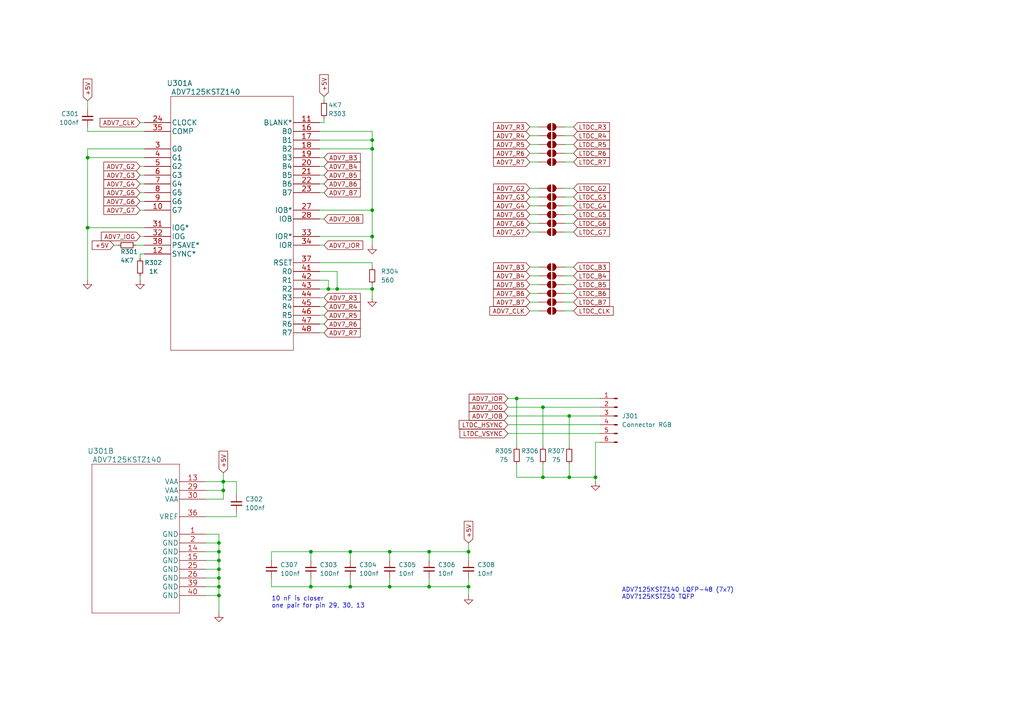
<source format=kicad_sch>
(kicad_sch (version 20230121) (generator eeschema)
  (paper "A4")
  (lib_symbols
    (symbol "ADV7125KSTZ140:ADV7125KSTZ140" (pin_names (offset 0.254))
      (property "Reference" "U" (at 25.4 12.7 0))
      (property "Value" "ADV7125KSTZ140" (at 25.4 10.16 0))
      (symbol "ADV7125KSTZ140_1_1"
        (polyline (pts (xy 7.62 -66.04) (xy 43.18 -66.04)) (stroke (width 0.127)))
        (polyline (pts (xy 7.62 7.62) (xy 7.62 -66.04)) (stroke (width 0.127)))
        (polyline (pts (xy 43.18 -66.04) (xy 43.18 7.62)) (stroke (width 0.127)))
        (polyline (pts (xy 43.18 7.62) (xy 7.62 7.62)) (stroke (width 0.127)))
        (pin input line (at 0 -25.4 0) (length 7.62) (name "G7") (number "10"))
        (pin passive line (at 50.8 0 180) (length 7.62) (name "BLANK*") (number "11"))
        (pin passive line (at 0 -38.1 0) (length 7.62) (name "SYNC*") (number "12"))
        (pin input line (at 50.8 -2.54 180) (length 7.62) (name "B0") (number "16"))
        (pin input line (at 50.8 -5.08 180) (length 7.62) (name "B1") (number "17"))
        (pin input line (at 50.8 -7.62 180) (length 7.62) (name "B2") (number "18"))
        (pin input line (at 50.8 -10.16 180) (length 7.62) (name "B3") (number "19"))
        (pin input line (at 50.8 -12.7 180) (length 7.62) (name "B4") (number "20"))
        (pin input line (at 50.8 -15.24 180) (length 7.62) (name "B5") (number "21"))
        (pin input line (at 50.8 -17.78 180) (length 7.62) (name "B6") (number "22"))
        (pin input line (at 50.8 -20.32 180) (length 7.62) (name "B7") (number "23"))
        (pin input line (at 0 0 0) (length 7.62) (name "CLOCK") (number "24"))
        (pin passive line (at 50.8 -25.4 180) (length 7.62) (name "IOB*") (number "27"))
        (pin output line (at 50.8 -27.94 180) (length 7.62) (name "IOB") (number "28"))
        (pin input line (at 0 -7.62 0) (length 7.62) (name "G0") (number "3"))
        (pin passive line (at 0 -30.48 0) (length 7.62) (name "IOG*") (number "31"))
        (pin output line (at 0 -33.02 0) (length 7.62) (name "IOG") (number "32"))
        (pin passive line (at 50.8 -33.02 180) (length 7.62) (name "IOR*") (number "33"))
        (pin output line (at 50.8 -35.56 180) (length 7.62) (name "IOR") (number "34"))
        (pin passive line (at 0 -2.54 0) (length 7.62) (name "COMP") (number "35"))
        (pin input line (at 50.8 -40.64 180) (length 7.62) (name "RSET") (number "37"))
        (pin passive line (at 0 -35.56 0) (length 7.62) (name "PSAVE*") (number "38"))
        (pin input line (at 0 -10.16 0) (length 7.62) (name "G1") (number "4"))
        (pin input line (at 50.8 -43.18 180) (length 7.62) (name "R0") (number "41"))
        (pin input line (at 50.8 -45.72 180) (length 7.62) (name "R1") (number "42"))
        (pin input line (at 50.8 -48.26 180) (length 7.62) (name "R2") (number "43"))
        (pin input line (at 50.8 -50.8 180) (length 7.62) (name "R3") (number "44"))
        (pin input line (at 50.8 -53.34 180) (length 7.62) (name "R4") (number "45"))
        (pin input line (at 50.8 -55.88 180) (length 7.62) (name "R5") (number "46"))
        (pin input line (at 50.8 -58.42 180) (length 7.62) (name "R6") (number "47"))
        (pin input line (at 50.8 -60.96 180) (length 7.62) (name "R7") (number "48"))
        (pin input line (at 0 -12.7 0) (length 7.62) (name "G2") (number "5"))
        (pin input line (at 0 -15.24 0) (length 7.62) (name "G3") (number "6"))
        (pin input line (at 0 -17.78 0) (length 7.62) (name "G4") (number "7"))
        (pin input line (at 0 -20.32 0) (length 7.62) (name "G5") (number "8"))
        (pin input line (at 0 -22.86 0) (length 7.62) (name "G6") (number "9"))
      )
      (symbol "ADV7125KSTZ140_2_1"
        (polyline (pts (xy 7.62 -38.1) (xy 33.02 -38.1)) (stroke (width 0.127)))
        (polyline (pts (xy 7.62 5.08) (xy 7.62 -38.1)) (stroke (width 0.127)))
        (polyline (pts (xy 33.02 -38.1) (xy 33.02 5.08)) (stroke (width 0.127)))
        (polyline (pts (xy 33.02 5.08) (xy 7.62 5.08)) (stroke (width 0.127)))
        (pin passive line (at 0 -15.24 0) (length 7.62) (name "GND") (number "1"))
        (pin power_in line (at 0 0 0) (length 7.62) (name "VAA") (number "13"))
        (pin passive line (at 0 -20.32 0) (length 7.62) (name "GND") (number "14"))
        (pin passive line (at 0 -22.86 0) (length 7.62) (name "GND") (number "15"))
        (pin passive line (at 0 -17.78 0) (length 7.62) (name "GND") (number "2"))
        (pin passive line (at 0 -25.4 0) (length 7.62) (name "GND") (number "25"))
        (pin passive line (at 0 -27.94 0) (length 7.62) (name "GND") (number "26"))
        (pin power_in line (at 0 -2.54 0) (length 7.62) (name "VAA") (number "29"))
        (pin power_in line (at 0 -5.08 0) (length 7.62) (name "VAA") (number "30"))
        (pin input line (at 0 -10.16 0) (length 7.62) (name "VREF") (number "36"))
        (pin passive line (at 0 -30.48 0) (length 7.62) (name "GND") (number "39"))
        (pin passive line (at 0 -33.02 0) (length 7.62) (name "GND") (number "40"))
      )
    )
    (symbol "Connector:Conn_01x06_Pin" (pin_names (offset 1.016) hide)
      (property "Reference" "J" (at 0 7.62 0))
      (property "Value" "Conn_01x06_Pin" (at 0 -10.16 0))
      (symbol "Conn_01x06_Pin_1_1"
        (polyline (pts (xy 1.27 -7.62) (xy 0.8636 -7.62)) (stroke (width 0.1524)))
        (polyline (pts (xy 1.27 -5.08) (xy 0.8636 -5.08)) (stroke (width 0.1524)))
        (polyline (pts (xy 1.27 -2.54) (xy 0.8636 -2.54)) (stroke (width 0.1524)))
        (polyline (pts (xy 1.27 0) (xy 0.8636 0)) (stroke (width 0.1524)))
        (polyline (pts (xy 1.27 2.54) (xy 0.8636 2.54)) (stroke (width 0.1524)))
        (polyline (pts (xy 1.27 5.08) (xy 0.8636 5.08)) (stroke (width 0.1524)))
        (rectangle (start 0.8636 -7.493) (end 0 -7.747) (stroke (width 0.1524)) (fill (type outline)))
        (rectangle (start 0.8636 -4.953) (end 0 -5.207) (stroke (width 0.1524)) (fill (type outline)))
        (rectangle (start 0.8636 -2.413) (end 0 -2.667) (stroke (width 0.1524)) (fill (type outline)))
        (rectangle (start 0.8636 0.127) (end 0 -0.127) (stroke (width 0.1524)) (fill (type outline)))
        (rectangle (start 0.8636 2.667) (end 0 2.413) (stroke (width 0.1524)) (fill (type outline)))
        (rectangle (start 0.8636 5.207) (end 0 4.953) (stroke (width 0.1524)) (fill (type outline)))
        (pin passive line (at 5.08 5.08 180) (length 3.81) (name "Pin_1") (number "1"))
        (pin passive line (at 5.08 2.54 180) (length 3.81) (name "Pin_2") (number "2"))
        (pin passive line (at 5.08 0 180) (length 3.81) (name "Pin_3") (number "3"))
        (pin passive line (at 5.08 -2.54 180) (length 3.81) (name "Pin_4") (number "4"))
        (pin passive line (at 5.08 -5.08 180) (length 3.81) (name "Pin_5") (number "5"))
        (pin passive line (at 5.08 -7.62 180) (length 3.81) (name "Pin_6") (number "6"))
      )
    )
    (symbol "Device:C_Small" (pin_numbers hide) (pin_names (offset 0.254) hide)
      (property "Reference" "C" (at 0.254 1.778 0))
      (property "Value" "C_Small" (at 0.254 -2.032 0))
      (symbol "C_Small_0_1"
        (polyline (pts (xy -1.524 -0.508) (xy 1.524 -0.508)) (stroke (width 0.3302)))
        (polyline (pts (xy -1.524 0.508) (xy 1.524 0.508)) (stroke (width 0.3048)))
      )
      (symbol "C_Small_1_1"
        (pin passive line (at 0 2.54 270) (length 2.032) (name "~") (number "1"))
        (pin passive line (at 0 -2.54 90) (length 2.032) (name "~") (number "2"))
      )
    )
    (symbol "Device:R_Small" (pin_numbers hide) (pin_names (offset 0.254) hide)
      (property "Reference" "R" (at 0.762 0.508 0))
      (property "Value" "R_Small" (at 0.762 -1.016 0))
      (symbol "R_Small_0_1"
        (rectangle (start -0.762 1.778) (end 0.762 -1.778) (stroke (width 0.2032)))
      )
      (symbol "R_Small_1_1"
        (pin passive line (at 0 2.54 270) (length 0.762) (name "~") (number "1"))
        (pin passive line (at 0 -2.54 90) (length 0.762) (name "~") (number "2"))
      )
    )
    (symbol "GND_11" (power) (pin_names (offset 0))
      (property "Value" "GND_11" (at 0 -3.81 0))
      (symbol "GND_11_0_1"
        (polyline (pts (xy 0 0) (xy 0 -1.27) (xy 1.27 -1.27) (xy 0 -2.54) (xy -1.27 -1.27) (xy 0 -1.27)))
      )
      (symbol "GND_11_1_1"
        (pin power_in line (at 0 0 270) (length 0) hide (name "GND") (number "1"))
      )
    )
    (symbol "Jumper:SolderJumper_2_Open" (pin_numbers hide) (pin_names (offset 0) hide)
      (property "Reference" "JP" (at 0 2.032 0))
      (property "Value" "SolderJumper_2_Open" (at 0 -2.54 0))
      (symbol "SolderJumper_2_Open_0_1"
        (arc (start -0.254 1.016) (mid -1.2656 0) (end -0.254 -1.016))
        (arc (start -0.254 1.016) (mid -1.2656 0) (end -0.254 -1.016) (fill (type outline)))
        (polyline (pts (xy -0.254 1.016) (xy -0.254 -1.016)))
        (polyline (pts (xy 0.254 1.016) (xy 0.254 -1.016)))
        (arc (start 0.254 -1.016) (mid 1.2656 0) (end 0.254 1.016))
        (arc (start 0.254 -1.016) (mid 1.2656 0) (end 0.254 1.016) (fill (type outline)))
      )
      (symbol "SolderJumper_2_Open_1_1"
        (pin passive line (at -3.81 0 0) (length 2.54) (name "A") (number "1"))
        (pin passive line (at 3.81 0 180) (length 2.54) (name "B") (number "2"))
      )
    )
    (symbol "power:GND" (power) (pin_names (offset 0))
      (property "Value" "GND" (at 0 -3.81 0))
      (symbol "GND_0_1"
        (polyline (pts (xy 0 0) (xy 0 -1.27) (xy 1.27 -1.27) (xy 0 -2.54) (xy -1.27 -1.27) (xy 0 -1.27)))
      )
      (symbol "GND_1_1"
        (pin power_in line (at 0 0 270) (length 0) hide (name "GND") (number "1"))
      )
    )
  )
  (junction (at 157.48 118.11))
  (junction (at 101.6 170.18))
  (junction (at 25.4 66.04))
  (junction (at 165.1 138.43))
  (junction (at 157.48 138.43))
  (junction (at 107.95 83.82))
  (junction (at 113.03 160.02))
  (junction (at 101.6 160.02))
  (junction (at 113.03 170.18))
  (junction (at 95.25 83.82))
  (junction (at 63.5 170.18))
  (junction (at 63.5 165.1))
  (junction (at 107.95 43.18))
  (junction (at 107.95 40.64))
  (junction (at 172.72 138.43))
  (junction (at 165.1 120.65))
  (junction (at 107.95 68.58))
  (junction (at 63.5 160.02))
  (junction (at 63.5 157.48))
  (junction (at 135.89 160.02))
  (junction (at 63.5 172.72))
  (junction (at 63.5 167.64))
  (junction (at 149.86 115.57))
  (junction (at 90.17 160.02))
  (junction (at 135.89 170.18))
  (junction (at 124.46 160.02))
  (junction (at 124.46 170.18))
  (junction (at 25.4 45.72))
  (junction (at 107.95 60.96))
  (junction (at 64.77 139.7))
  (junction (at 64.77 142.24))
  (junction (at 97.79 83.82))
  (junction (at 90.17 170.18))
  (junction (at 63.5 162.56))
  (wire (pts (xy 163.83 90.17) (xy 166.37 90.17)))
  (wire (pts (xy 153.67 57.15) (xy 156.21 57.15)))
  (wire (pts (xy 64.77 139.7) (xy 59.69 139.7)))
  (wire (pts (xy 59.69 157.48) (xy 63.5 157.48)))
  (wire (pts (xy 93.98 35.56) (xy 92.71 35.56)))
  (wire (pts (xy 41.91 66.04) (xy 25.4 66.04)))
  (wire (pts (xy 78.74 170.18) (xy 90.17 170.18)))
  (wire (pts (xy 25.4 45.72) (xy 41.91 45.72)))
  (wire (pts (xy 135.89 170.18) (xy 124.46 170.18)))
  (wire (pts (xy 90.17 160.02) (xy 90.17 162.56)))
  (wire (pts (xy 93.98 45.72) (xy 92.71 45.72)))
  (wire (pts (xy 153.67 59.69) (xy 156.21 59.69)))
  (wire (pts (xy 165.1 138.43) (xy 172.72 138.43)))
  (wire (pts (xy 92.71 60.96) (xy 107.95 60.96)))
  (wire (pts (xy 163.83 85.09) (xy 166.37 85.09)))
  (wire (pts (xy 40.64 35.56) (xy 41.91 35.56)))
  (wire (pts (xy 59.69 162.56) (xy 63.5 162.56)))
  (wire (pts (xy 101.6 167.64) (xy 101.6 170.18)))
  (wire (pts (xy 135.89 160.02) (xy 124.46 160.02)))
  (wire (pts (xy 163.83 77.47) (xy 166.37 77.47)))
  (wire (pts (xy 147.32 118.11) (xy 157.48 118.11)))
  (wire (pts (xy 25.4 36.83) (xy 25.4 38.1)))
  (wire (pts (xy 63.5 154.94) (xy 63.5 157.48)))
  (wire (pts (xy 107.95 68.58) (xy 107.95 71.12)))
  (wire (pts (xy 63.5 165.1) (xy 63.5 167.64)))
  (wire (pts (xy 153.67 67.31) (xy 156.21 67.31)))
  (wire (pts (xy 163.83 62.23) (xy 166.37 62.23)))
  (wire (pts (xy 68.58 139.7) (xy 64.77 139.7)))
  (wire (pts (xy 107.95 43.18) (xy 107.95 60.96)))
  (wire (pts (xy 59.69 160.02) (xy 63.5 160.02)))
  (wire (pts (xy 78.74 167.64) (xy 78.74 170.18)))
  (wire (pts (xy 163.83 57.15) (xy 166.37 57.15)))
  (wire (pts (xy 165.1 134.62) (xy 165.1 138.43)))
  (wire (pts (xy 153.67 39.37) (xy 156.21 39.37)))
  (wire (pts (xy 93.98 88.9) (xy 92.71 88.9)))
  (wire (pts (xy 163.83 59.69) (xy 166.37 59.69)))
  (wire (pts (xy 149.86 115.57) (xy 149.86 129.54)))
  (wire (pts (xy 172.72 138.43) (xy 172.72 139.7)))
  (wire (pts (xy 165.1 120.65) (xy 173.99 120.65)))
  (wire (pts (xy 157.48 134.62) (xy 157.48 138.43)))
  (wire (pts (xy 157.48 118.11) (xy 157.48 129.54)))
  (wire (pts (xy 107.95 86.36) (xy 107.95 83.82)))
  (wire (pts (xy 40.64 74.93) (xy 40.64 73.66)))
  (wire (pts (xy 63.5 170.18) (xy 63.5 172.72)))
  (wire (pts (xy 165.1 120.65) (xy 165.1 129.54)))
  (wire (pts (xy 90.17 167.64) (xy 90.17 170.18)))
  (wire (pts (xy 63.5 162.56) (xy 63.5 165.1)))
  (wire (pts (xy 59.69 172.72) (xy 63.5 172.72)))
  (wire (pts (xy 39.37 71.12) (xy 41.91 71.12)))
  (wire (pts (xy 135.89 162.56) (xy 135.89 160.02)))
  (wire (pts (xy 33.02 71.12) (xy 34.29 71.12)))
  (wire (pts (xy 172.72 128.27) (xy 172.72 138.43)))
  (wire (pts (xy 113.03 160.02) (xy 113.03 162.56)))
  (wire (pts (xy 173.99 128.27) (xy 172.72 128.27)))
  (wire (pts (xy 153.67 82.55) (xy 156.21 82.55)))
  (wire (pts (xy 149.86 115.57) (xy 173.99 115.57)))
  (wire (pts (xy 149.86 134.62) (xy 149.86 138.43)))
  (wire (pts (xy 92.71 68.58) (xy 107.95 68.58)))
  (wire (pts (xy 93.98 34.29) (xy 93.98 35.56)))
  (wire (pts (xy 153.67 46.99) (xy 156.21 46.99)))
  (wire (pts (xy 163.83 82.55) (xy 166.37 82.55)))
  (wire (pts (xy 93.98 93.98) (xy 92.71 93.98)))
  (wire (pts (xy 93.98 63.5) (xy 92.71 63.5)))
  (wire (pts (xy 113.03 170.18) (xy 124.46 170.18)))
  (wire (pts (xy 107.95 76.2) (xy 107.95 77.47)))
  (wire (pts (xy 97.79 83.82) (xy 107.95 83.82)))
  (wire (pts (xy 93.98 55.88) (xy 92.71 55.88)))
  (wire (pts (xy 63.5 167.64) (xy 63.5 170.18)))
  (wire (pts (xy 93.98 86.36) (xy 92.71 86.36)))
  (wire (pts (xy 40.64 53.34) (xy 41.91 53.34)))
  (wire (pts (xy 107.95 60.96) (xy 107.95 68.58)))
  (wire (pts (xy 90.17 170.18) (xy 101.6 170.18)))
  (wire (pts (xy 64.77 142.24) (xy 59.69 142.24)))
  (wire (pts (xy 63.5 160.02) (xy 63.5 162.56)))
  (wire (pts (xy 40.64 50.8) (xy 41.91 50.8)))
  (wire (pts (xy 40.64 73.66) (xy 41.91 73.66)))
  (wire (pts (xy 59.69 167.64) (xy 63.5 167.64)))
  (wire (pts (xy 113.03 167.64) (xy 113.03 170.18)))
  (wire (pts (xy 25.4 43.18) (xy 25.4 45.72)))
  (wire (pts (xy 93.98 50.8) (xy 92.71 50.8)))
  (wire (pts (xy 95.25 81.28) (xy 95.25 83.82)))
  (wire (pts (xy 25.4 43.18) (xy 41.91 43.18)))
  (wire (pts (xy 78.74 162.56) (xy 78.74 160.02)))
  (wire (pts (xy 40.64 80.01) (xy 40.64 81.28)))
  (wire (pts (xy 153.67 54.61) (xy 156.21 54.61)))
  (wire (pts (xy 92.71 43.18) (xy 107.95 43.18)))
  (wire (pts (xy 92.71 83.82) (xy 95.25 83.82)))
  (wire (pts (xy 135.89 157.48) (xy 135.89 160.02)))
  (wire (pts (xy 93.98 48.26) (xy 92.71 48.26)))
  (wire (pts (xy 93.98 91.44) (xy 92.71 91.44)))
  (wire (pts (xy 163.83 41.91) (xy 166.37 41.91)))
  (wire (pts (xy 92.71 38.1) (xy 107.95 38.1)))
  (wire (pts (xy 63.5 157.48) (xy 63.5 160.02)))
  (wire (pts (xy 59.69 154.94) (xy 63.5 154.94)))
  (wire (pts (xy 40.64 48.26) (xy 41.91 48.26)))
  (wire (pts (xy 93.98 96.52) (xy 92.71 96.52)))
  (wire (pts (xy 153.67 87.63) (xy 156.21 87.63)))
  (wire (pts (xy 59.69 170.18) (xy 63.5 170.18)))
  (wire (pts (xy 107.95 83.82) (xy 107.95 82.55)))
  (wire (pts (xy 163.83 44.45) (xy 166.37 44.45)))
  (wire (pts (xy 40.64 60.96) (xy 41.91 60.96)))
  (wire (pts (xy 78.74 160.02) (xy 90.17 160.02)))
  (wire (pts (xy 163.83 87.63) (xy 166.37 87.63)))
  (wire (pts (xy 153.67 36.83) (xy 156.21 36.83)))
  (wire (pts (xy 135.89 167.64) (xy 135.89 170.18)))
  (wire (pts (xy 40.64 58.42) (xy 41.91 58.42)))
  (wire (pts (xy 147.32 125.73) (xy 173.99 125.73)))
  (wire (pts (xy 153.67 62.23) (xy 156.21 62.23)))
  (wire (pts (xy 153.67 41.91) (xy 156.21 41.91)))
  (wire (pts (xy 101.6 160.02) (xy 101.6 162.56)))
  (wire (pts (xy 149.86 138.43) (xy 157.48 138.43)))
  (wire (pts (xy 64.77 142.24) (xy 64.77 139.7)))
  (wire (pts (xy 163.83 67.31) (xy 166.37 67.31)))
  (wire (pts (xy 25.4 66.04) (xy 25.4 81.28)))
  (wire (pts (xy 163.83 64.77) (xy 166.37 64.77)))
  (wire (pts (xy 92.71 76.2) (xy 107.95 76.2)))
  (wire (pts (xy 92.71 81.28) (xy 95.25 81.28)))
  (wire (pts (xy 163.83 39.37) (xy 166.37 39.37)))
  (wire (pts (xy 147.32 120.65) (xy 165.1 120.65)))
  (wire (pts (xy 107.95 38.1) (xy 107.95 40.64)))
  (wire (pts (xy 59.69 149.86) (xy 68.58 149.86)))
  (wire (pts (xy 93.98 27.94) (xy 93.98 29.21)))
  (wire (pts (xy 59.69 165.1) (xy 63.5 165.1)))
  (wire (pts (xy 101.6 170.18) (xy 113.03 170.18)))
  (wire (pts (xy 153.67 80.01) (xy 156.21 80.01)))
  (wire (pts (xy 59.69 144.78) (xy 64.77 144.78)))
  (wire (pts (xy 25.4 38.1) (xy 41.91 38.1)))
  (wire (pts (xy 68.58 143.51) (xy 68.58 139.7)))
  (wire (pts (xy 90.17 160.02) (xy 101.6 160.02)))
  (wire (pts (xy 93.98 53.34) (xy 92.71 53.34)))
  (wire (pts (xy 124.46 167.64) (xy 124.46 170.18)))
  (wire (pts (xy 97.79 78.74) (xy 97.79 83.82)))
  (wire (pts (xy 63.5 172.72) (xy 63.5 177.8)))
  (wire (pts (xy 64.77 137.16) (xy 64.77 139.7)))
  (wire (pts (xy 157.48 118.11) (xy 173.99 118.11)))
  (wire (pts (xy 40.64 68.58) (xy 41.91 68.58)))
  (wire (pts (xy 163.83 80.01) (xy 166.37 80.01)))
  (wire (pts (xy 153.67 77.47) (xy 156.21 77.47)))
  (wire (pts (xy 147.32 123.19) (xy 173.99 123.19)))
  (wire (pts (xy 95.25 83.82) (xy 97.79 83.82)))
  (wire (pts (xy 113.03 160.02) (xy 124.46 160.02)))
  (wire (pts (xy 124.46 160.02) (xy 124.46 162.56)))
  (wire (pts (xy 163.83 54.61) (xy 166.37 54.61)))
  (wire (pts (xy 93.98 71.12) (xy 92.71 71.12)))
  (wire (pts (xy 92.71 78.74) (xy 97.79 78.74)))
  (wire (pts (xy 153.67 44.45) (xy 156.21 44.45)))
  (wire (pts (xy 147.32 115.57) (xy 149.86 115.57)))
  (wire (pts (xy 153.67 64.77) (xy 156.21 64.77)))
  (wire (pts (xy 92.71 40.64) (xy 107.95 40.64)))
  (wire (pts (xy 25.4 45.72) (xy 25.4 66.04)))
  (wire (pts (xy 157.48 138.43) (xy 165.1 138.43)))
  (wire (pts (xy 107.95 40.64) (xy 107.95 43.18)))
  (wire (pts (xy 101.6 160.02) (xy 113.03 160.02)))
  (wire (pts (xy 153.67 90.17) (xy 156.21 90.17)))
  (wire (pts (xy 68.58 149.86) (xy 68.58 148.59)))
  (wire (pts (xy 25.4 29.21) (xy 25.4 31.75)))
  (wire (pts (xy 153.67 85.09) (xy 156.21 85.09)))
  (wire (pts (xy 163.83 46.99) (xy 166.37 46.99)))
  (wire (pts (xy 135.89 170.18) (xy 135.89 172.72)))
  (wire (pts (xy 40.64 55.88) (xy 41.91 55.88)))
  (wire (pts (xy 163.83 36.83) (xy 166.37 36.83)))
  (wire (pts (xy 64.77 144.78) (xy 64.77 142.24)))
  (text "ADV7125KSTZ140 LQFP-48 (7x7)\nADV7125KSTZ50 TQFP" (at 180.34 173.99 0) (effects (font (size 1.27 1.27)) (justify left bottom)))
  (text "10 nF is closer\none pair for pin 29, 30, 13" (at 78.74 176.53 0) (effects (font (size 1.27 1.27)) (justify left bottom)))
  (global_label "ADV7_G5" (shape input) (at 153.67 62.23 180) (property "Intersheetrefs" "${INTERSHEET_REFS}" (effects hide)))
  (global_label "ADV7_R3" (shape input) (at 93.98 86.36 0) (property "Intersheetrefs" "${INTERSHEET_REFS}" (effects hide)))
  (global_label "LTDC_R5" (shape input) (at 166.37 41.91 0) (property "Intersheetrefs" "${INTERSHEET_REFS}" (effects hide)))
  (global_label "+5V" (shape input) (at 25.4 29.21 90) (property "Intersheetrefs" "${INTERSHEET_REFS}" (effects hide)))
  (global_label "ADV7_G3" (shape input) (at 40.64 50.8 180) (property "Intersheetrefs" "${INTERSHEET_REFS}" (effects hide)))
  (global_label "LTDC_B7" (shape input) (at 166.37 87.63 0) (property "Intersheetrefs" "${INTERSHEET_REFS}" (effects hide)))
  (global_label "ADV7_IOR" (shape input) (at 93.98 71.12 0) (property "Intersheetrefs" "${INTERSHEET_REFS}" (effects hide)))
  (global_label "ADV7_R5" (shape input) (at 153.67 41.91 180) (property "Intersheetrefs" "${INTERSHEET_REFS}" (effects hide)))
  (global_label "ADV7_B4" (shape input) (at 93.98 48.26 0) (property "Intersheetrefs" "${INTERSHEET_REFS}" (effects hide)))
  (global_label "ADV7_R7" (shape input) (at 153.67 46.99 180) (property "Intersheetrefs" "${INTERSHEET_REFS}" (effects hide)))
  (global_label "ADV7_R5" (shape input) (at 93.98 91.44 0) (property "Intersheetrefs" "${INTERSHEET_REFS}" (effects hide)))
  (global_label "+5V" (shape input) (at 135.89 157.48 90) (property "Intersheetrefs" "${INTERSHEET_REFS}" (effects hide)))
  (global_label "ADV7_G3" (shape input) (at 153.67 57.15 180) (property "Intersheetrefs" "${INTERSHEET_REFS}" (effects hide)))
  (global_label "ADV7_G7" (shape input) (at 40.64 60.96 180) (property "Intersheetrefs" "${INTERSHEET_REFS}" (effects hide)))
  (global_label "LTDC_HSYNC" (shape input) (at 147.32 123.19 180) (property "Intersheetrefs" "${INTERSHEET_REFS}" (effects hide)))
  (global_label "ADV7_IOG" (shape input) (at 147.32 118.11 180) (property "Intersheetrefs" "${INTERSHEET_REFS}" (effects hide)))
  (global_label "LTDC_R4" (shape input) (at 166.37 39.37 0) (property "Intersheetrefs" "${INTERSHEET_REFS}" (effects hide)))
  (global_label "LTDC_G6" (shape input) (at 166.37 64.77 0) (property "Intersheetrefs" "${INTERSHEET_REFS}" (effects hide)))
  (global_label "+5V" (shape input) (at 33.02 71.12 180) (property "Intersheetrefs" "${INTERSHEET_REFS}" (effects hide)))
  (global_label "ADV7_R4" (shape input) (at 93.98 88.9 0) (property "Intersheetrefs" "${INTERSHEET_REFS}" (effects hide)))
  (global_label "ADV7_B3" (shape input) (at 153.67 77.47 180) (property "Intersheetrefs" "${INTERSHEET_REFS}" (effects hide)))
  (global_label "LTDC_CLK" (shape input) (at 166.37 90.17 0) (property "Intersheetrefs" "${INTERSHEET_REFS}" (effects hide)))
  (global_label "ADV7_B7" (shape input) (at 93.98 55.88 0) (property "Intersheetrefs" "${INTERSHEET_REFS}" (effects hide)))
  (global_label "ADV7_B6" (shape input) (at 153.67 85.09 180) (property "Intersheetrefs" "${INTERSHEET_REFS}" (effects hide)))
  (global_label "ADV7_G2" (shape input) (at 40.64 48.26 180) (property "Intersheetrefs" "${INTERSHEET_REFS}" (effects hide)))
  (global_label "ADV7_CLK" (shape input) (at 40.64 35.56 180) (property "Intersheetrefs" "${INTERSHEET_REFS}" (effects hide)))
  (global_label "ADV7_B6" (shape input) (at 93.98 53.34 0) (property "Intersheetrefs" "${INTERSHEET_REFS}" (effects hide)))
  (global_label "ADV7_G4" (shape input) (at 40.64 53.34 180) (property "Intersheetrefs" "${INTERSHEET_REFS}" (effects hide)))
  (global_label "ADV7_B4" (shape input) (at 153.67 80.01 180) (property "Intersheetrefs" "${INTERSHEET_REFS}" (effects hide)))
  (global_label "ADV7_R3" (shape input) (at 153.67 36.83 180) (property "Intersheetrefs" "${INTERSHEET_REFS}" (effects hide)))
  (global_label "ADV7_IOB" (shape input) (at 93.98 63.5 0) (property "Intersheetrefs" "${INTERSHEET_REFS}" (effects hide)))
  (global_label "LTDC_VSYNC" (shape input) (at 147.32 125.73 180) (property "Intersheetrefs" "${INTERSHEET_REFS}" (effects hide)))
  (global_label "ADV7_G5" (shape input) (at 40.64 55.88 180) (property "Intersheetrefs" "${INTERSHEET_REFS}" (effects hide)))
  (global_label "LTDC_G2" (shape input) (at 166.37 54.61 0) (property "Intersheetrefs" "${INTERSHEET_REFS}" (effects hide)))
  (global_label "ADV7_R7" (shape input) (at 93.98 96.52 0) (property "Intersheetrefs" "${INTERSHEET_REFS}" (effects hide)))
  (global_label "LTDC_G7" (shape input) (at 166.37 67.31 0) (property "Intersheetrefs" "${INTERSHEET_REFS}" (effects hide)))
  (global_label "ADV7_G2" (shape input) (at 153.67 54.61 180) (property "Intersheetrefs" "${INTERSHEET_REFS}" (effects hide)))
  (global_label "ADV7_R6" (shape input) (at 153.67 44.45 180) (property "Intersheetrefs" "${INTERSHEET_REFS}" (effects hide)))
  (global_label "+5V" (shape input) (at 64.77 137.16 90) (property "Intersheetrefs" "${INTERSHEET_REFS}" (effects hide)))
  (global_label "ADV7_IOB" (shape input) (at 147.32 120.65 180) (property "Intersheetrefs" "${INTERSHEET_REFS}" (effects hide)))
  (global_label "ADV7_G4" (shape input) (at 153.67 59.69 180) (property "Intersheetrefs" "${INTERSHEET_REFS}" (effects hide)))
  (global_label "LTDC_B5" (shape input) (at 166.37 82.55 0) (property "Intersheetrefs" "${INTERSHEET_REFS}" (effects hide)))
  (global_label "ADV7_B7" (shape input) (at 153.67 87.63 180) (property "Intersheetrefs" "${INTERSHEET_REFS}" (effects hide)))
  (global_label "ADV7_B3" (shape input) (at 93.98 45.72 0) (property "Intersheetrefs" "${INTERSHEET_REFS}" (effects hide)))
  (global_label "LTDC_B6" (shape input) (at 166.37 85.09 0) (property "Intersheetrefs" "${INTERSHEET_REFS}" (effects hide)))
  (global_label "LTDC_G4" (shape input) (at 166.37 59.69 0) (property "Intersheetrefs" "${INTERSHEET_REFS}" (effects hide)))
  (global_label "ADV7_CLK" (shape input) (at 153.67 90.17 180) (property "Intersheetrefs" "${INTERSHEET_REFS}" (effects hide)))
  (global_label "ADV7_G6" (shape input) (at 153.67 64.77 180) (property "Intersheetrefs" "${INTERSHEET_REFS}" (effects hide)))
  (global_label "+5V" (shape input) (at 93.98 27.94 90) (property "Intersheetrefs" "${INTERSHEET_REFS}" (effects hide)))
  (global_label "ADV7_IOG" (shape input) (at 40.64 68.58 180) (property "Intersheetrefs" "${INTERSHEET_REFS}" (effects hide)))
  (global_label "LTDC_R3" (shape input) (at 166.37 36.83 0) (property "Intersheetrefs" "${INTERSHEET_REFS}" (effects hide)))
  (global_label "ADV7_G7" (shape input) (at 153.67 67.31 180) (property "Intersheetrefs" "${INTERSHEET_REFS}" (effects hide)))
  (global_label "ADV7_G6" (shape input) (at 40.64 58.42 180) (property "Intersheetrefs" "${INTERSHEET_REFS}" (effects hide)))
  (global_label "ADV7_R4" (shape input) (at 153.67 39.37 180) (property "Intersheetrefs" "${INTERSHEET_REFS}" (effects hide)))
  (global_label "ADV7_IOR" (shape input) (at 147.32 115.57 180) (property "Intersheetrefs" "${INTERSHEET_REFS}" (effects hide)))
  (global_label "LTDC_R6" (shape input) (at 166.37 44.45 0) (property "Intersheetrefs" "${INTERSHEET_REFS}" (effects hide)))
  (global_label "LTDC_R7" (shape input) (at 166.37 46.99 0) (property "Intersheetrefs" "${INTERSHEET_REFS}" (effects hide)))
  (global_label "ADV7_B5" (shape input) (at 93.98 50.8 0) (property "Intersheetrefs" "${INTERSHEET_REFS}" (effects hide)))
  (global_label "LTDC_G5" (shape input) (at 166.37 62.23 0) (property "Intersheetrefs" "${INTERSHEET_REFS}" (effects hide)))
  (global_label "ADV7_B5" (shape input) (at 153.67 82.55 180) (property "Intersheetrefs" "${INTERSHEET_REFS}" (effects hide)))
  (global_label "LTDC_B4" (shape input) (at 166.37 80.01 0) (property "Intersheetrefs" "${INTERSHEET_REFS}" (effects hide)))
  (global_label "ADV7_R6" (shape input) (at 93.98 93.98 0) (property "Intersheetrefs" "${INTERSHEET_REFS}" (effects hide)))
  (global_label "LTDC_G3" (shape input) (at 166.37 57.15 0) (property "Intersheetrefs" "${INTERSHEET_REFS}" (effects hide)))
  (global_label "LTDC_B3" (shape input) (at 166.37 77.47 0) (property "Intersheetrefs" "${INTERSHEET_REFS}" (effects hide)))
  (symbol (lib_id "power:GND") (at 25.4 81.28 0) (mirror y) (unit 1)
    (property "Reference" "#PWR0301" (effects hide))
    (property "Value" "GND" (effects hide))
    (instances (project "dev-board" (path "" (reference "#PWR0301") (unit 1))) (project "rgb-composite" (path "" (reference "#PWR01") (unit 1))))
  )
  (symbol (lib_id "Jumper:SolderJumper_2_Open") (at 160.02 36.83 0) (unit 1) (in_bom no)
    (property "Reference" "JP4" (effects hide))
    (property "Value" "SolderJumper_2_Open" (effects hide))
    (property "Footprint" "Jumper:SolderJumper-2_P1.3mm_Open_TrianglePad1.0x1.5mm" (effects hide))
    (property "LCSC" "NA" (effects hide))
    (instances (project "cansult" (path "" (reference "JP4") (unit 1))) (project "lambda-x2" (path "" (reference "JP?") (unit 1))) (project "dev-board" (path "" (reference "JP4") (unit 1)) (path "" (reference "JP301") (unit 1))))
  )
  (symbol (lib_id "Jumper:SolderJumper_2_Open") (at 160.02 54.61 0) (unit 1) (in_bom no)
    (property "Reference" "JP4" (effects hide))
    (property "Value" "SolderJumper_2_Open" (effects hide))
    (property "Footprint" "Jumper:SolderJumper-2_P1.3mm_Open_TrianglePad1.0x1.5mm" (effects hide))
    (property "LCSC" "NA" (effects hide))
    (instances (project "cansult" (path "" (reference "JP4") (unit 1))) (project "lambda-x2" (path "" (reference "JP?") (unit 1))) (project "dev-board" (path "" (reference "JP4") (unit 1)) (path "" (reference "JP306") (unit 1))))
  )
  (symbol (lib_id "Jumper:SolderJumper_2_Open") (at 160.02 82.55 0) (unit 1) (in_bom no)
    (property "Reference" "JP4" (effects hide))
    (property "Value" "SolderJumper_2_Open" (effects hide))
    (property "Footprint" "Jumper:SolderJumper-2_P1.3mm_Open_TrianglePad1.0x1.5mm" (effects hide))
    (property "LCSC" "NA" (effects hide))
    (instances (project "cansult" (path "" (reference "JP4") (unit 1))) (project "lambda-x2" (path "" (reference "JP?") (unit 1))) (project "dev-board" (path "" (reference "JP4") (unit 1)) (path "" (reference "JP314") (unit 1))))
  )
  (symbol (lib_id "Device:C_Small") (at 68.58 146.05 180) (unit 1)
    (property "Reference" "C302" (at 71.12 144.7735 0) (effects (justify right)))
    (property "Value" "100nf" (at 71.12 147.3135 0) (effects (justify right)))
    (property "Footprint" "Capacitor_SMD:C_0603_1608Metric_Pad1.08x0.95mm_HandSolder" (effects hide))
    (instances (project "dev-board" (path "" (reference "C302") (unit 1))) (project "rgb-composite" (path "" (reference "C13") (unit 1))))
  )
  (symbol (lib_id "Device:R_Small") (at 40.64 77.47 0) (unit 1)
    (property "Reference" "R302" (at 41.91 76.2 0) (effects (justify left)))
    (property "Value" "1K" (at 43.18 78.74 0) (effects (justify left)))
    (property "Footprint" "Resistor_SMD:R_0603_1608Metric_Pad0.98x0.95mm_HandSolder" (effects hide))
    (instances (project "dev-board" (path "" (reference "R302") (unit 1))) (project "rgb-composite" (path "" (reference "R8") (unit 1))))
  )
  (symbol (lib_id "Jumper:SolderJumper_2_Open") (at 160.02 87.63 0) (unit 1) (in_bom no)
    (property "Reference" "JP4" (effects hide))
    (property "Value" "SolderJumper_2_Open" (effects hide))
    (property "Footprint" "Jumper:SolderJumper-2_P1.3mm_Open_TrianglePad1.0x1.5mm" (effects hide))
    (property "LCSC" "NA" (effects hide))
    (instances (project "cansult" (path "" (reference "JP4") (unit 1))) (project "lambda-x2" (path "" (reference "JP?") (unit 1))) (project "dev-board" (path "" (reference "JP4") (unit 1)) (path "" (reference "JP316") (unit 1))))
  )
  (symbol (lib_id "Device:C_Small") (at 90.17 165.1 180) (unit 1)
    (property "Reference" "C303" (at 92.71 163.8235 0) (effects (justify right)))
    (property "Value" "100nf" (at 92.71 166.3635 0) (effects (justify right)))
    (property "Footprint" "Capacitor_SMD:C_0603_1608Metric_Pad1.08x0.95mm_HandSolder" (effects hide))
    (instances (project "dev-board" (path "" (reference "C303") (unit 1))) (project "rgb-composite" (path "" (reference "C11") (unit 1))))
  )
  (symbol (lib_id "Jumper:SolderJumper_2_Open") (at 160.02 80.01 0) (unit 1) (in_bom no)
    (property "Reference" "JP4" (effects hide))
    (property "Value" "SolderJumper_2_Open" (effects hide))
    (property "Footprint" "Jumper:SolderJumper-2_P1.3mm_Open_TrianglePad1.0x1.5mm" (effects hide))
    (property "LCSC" "NA" (effects hide))
    (instances (project "cansult" (path "" (reference "JP4") (unit 1))) (project "lambda-x2" (path "" (reference "JP?") (unit 1))) (project "dev-board" (path "" (reference "JP4") (unit 1)) (path "" (reference "JP313") (unit 1))))
  )
  (symbol (lib_id "ADV7125KSTZ140:ADV7125KSTZ140") (at 41.91 35.56 0) (unit 1)
    (property "Reference" "U301" (at 52.07 24.13 0) (effects (font (size 1.524 1.524))))
    (property "Value" "ADV7125KSTZ140" (at 59.69 26.67 0) (effects (font (size 1.524 1.524))))
    (property "Footprint" "ADV7125KSTZ140:ADV7125KSTZ140" (effects hide))
    (instances (project "dev-board" (path "" (reference "U301") (unit 1))) (project "rgb-composite" (path "" (reference "U2") (unit 1))))
  )
  (symbol (lib_id "Jumper:SolderJumper_2_Open") (at 160.02 57.15 0) (unit 1) (in_bom no)
    (property "Reference" "JP4" (effects hide))
    (property "Value" "SolderJumper_2_Open" (effects hide))
    (property "Footprint" "Jumper:SolderJumper-2_P1.3mm_Open_TrianglePad1.0x1.5mm" (effects hide))
    (property "LCSC" "NA" (effects hide))
    (instances (project "cansult" (path "" (reference "JP4") (unit 1))) (project "lambda-x2" (path "" (reference "JP?") (unit 1))) (project "dev-board" (path "" (reference "JP4") (unit 1)) (path "" (reference "JP307") (unit 1))))
  )
  (symbol (lib_id "Jumper:SolderJumper_2_Open") (at 160.02 85.09 0) (unit 1) (in_bom no)
    (property "Reference" "JP4" (effects hide))
    (property "Value" "SolderJumper_2_Open" (effects hide))
    (property "Footprint" "Jumper:SolderJumper-2_P1.3mm_Open_TrianglePad1.0x1.5mm" (effects hide))
    (property "LCSC" "NA" (effects hide))
    (instances (project "cansult" (path "" (reference "JP4") (unit 1))) (project "lambda-x2" (path "" (reference "JP?") (unit 1))) (project "dev-board" (path "" (reference "JP4") (unit 1)) (path "" (reference "JP315") (unit 1))))
  )
  (symbol (lib_id "Device:R_Small") (at 157.48 132.08 0) (unit 1)
    (property "Reference" "R306" (at 151.13 130.81 0) (effects (justify left)))
    (property "Value" "75" (at 152.4 133.35 0) (effects (justify left)))
    (property "Footprint" "Resistor_SMD:R_0603_1608Metric_Pad0.98x0.95mm_HandSolder" (effects hide))
    (instances (project "dev-board" (path "" (reference "R306") (unit 1))) (project "rgb-composite" (path "" (reference "R9") (unit 1))))
  )
  (symbol (lib_id "Jumper:SolderJumper_2_Open") (at 160.02 90.17 0) (unit 1) (in_bom no)
    (property "Reference" "JP4" (effects hide))
    (property "Value" "SolderJumper_2_Open" (effects hide))
    (property "Footprint" "Jumper:SolderJumper-2_P1.3mm_Open_TrianglePad1.0x1.5mm" (effects hide))
    (property "LCSC" "NA" (effects hide))
    (instances (project "cansult" (path "" (reference "JP4") (unit 1))) (project "lambda-x2" (path "" (reference "JP?") (unit 1))) (project "dev-board" (path "" (reference "JP4") (unit 1)) (path "" (reference "JP317") (unit 1))))
  )
  (symbol (lib_id "Jumper:SolderJumper_2_Open") (at 160.02 39.37 0) (unit 1) (in_bom no)
    (property "Reference" "JP4" (effects hide))
    (property "Value" "SolderJumper_2_Open" (effects hide))
    (property "Footprint" "Jumper:SolderJumper-2_P1.3mm_Open_TrianglePad1.0x1.5mm" (effects hide))
    (property "LCSC" "NA" (effects hide))
    (instances (project "cansult" (path "" (reference "JP4") (unit 1))) (project "lambda-x2" (path "" (reference "JP?") (unit 1))) (project "dev-board" (path "" (reference "JP4") (unit 1)) (path "" (reference "JP302") (unit 1))))
  )
  (symbol (lib_id "power:GND") (at 135.89 172.72 0) (unit 1)
    (property "Reference" "#PWR0306" (effects hide))
    (property "Value" "GND" (effects hide))
    (instances (project "dev-board" (path "" (reference "#PWR0306") (unit 1))) (project "rgb-composite" (path "" (reference "#PWR0106") (unit 1))))
  )
  (symbol (lib_id "Jumper:SolderJumper_2_Open") (at 160.02 77.47 0) (unit 1) (in_bom no)
    (property "Reference" "JP4" (effects hide))
    (property "Value" "SolderJumper_2_Open" (effects hide))
    (property "Footprint" "Jumper:SolderJumper-2_P1.3mm_Open_TrianglePad1.0x1.5mm" (effects hide))
    (property "LCSC" "NA" (effects hide))
    (instances (project "cansult" (path "" (reference "JP4") (unit 1))) (project "lambda-x2" (path "" (reference "JP?") (unit 1))) (project "dev-board" (path "" (reference "JP4") (unit 1)) (path "" (reference "JP312") (unit 1))))
  )
  (symbol (lib_id "power:GND") (at 63.5 177.8 0) (mirror y) (unit 1)
    (property "Reference" "#PWR0303" (effects hide))
    (property "Value" "GND" (effects hide))
    (instances (project "dev-board" (path "" (reference "#PWR0303") (unit 1))) (project "rgb-composite" (path "" (reference "#PWR07") (unit 1))))
  )
  (symbol (lib_id "Device:C_Small") (at 113.03 165.1 180) (unit 1)
    (property "Reference" "C305" (at 115.57 163.8235 0) (effects (justify right)))
    (property "Value" "10nf" (at 115.57 166.3635 0) (effects (justify right)))
    (property "Footprint" "Capacitor_SMD:C_0603_1608Metric_Pad1.08x0.95mm_HandSolder" (effects hide))
    (instances (project "dev-board" (path "" (reference "C305") (unit 1))) (project "rgb-composite" (path "" (reference "C15") (unit 1))))
  )
  (symbol (lib_id "Jumper:SolderJumper_2_Open") (at 160.02 64.77 0) (unit 1) (in_bom no)
    (property "Reference" "JP4" (effects hide))
    (property "Value" "SolderJumper_2_Open" (effects hide))
    (property "Footprint" "Jumper:SolderJumper-2_P1.3mm_Open_TrianglePad1.0x1.5mm" (effects hide))
    (property "LCSC" "NA" (effects hide))
    (instances (project "cansult" (path "" (reference "JP4") (unit 1))) (project "lambda-x2" (path "" (reference "JP?") (unit 1))) (project "dev-board" (path "" (reference "JP4") (unit 1)) (path "" (reference "JP310") (unit 1))))
  )
  (symbol (lib_id "Jumper:SolderJumper_2_Open") (at 160.02 41.91 0) (unit 1) (in_bom no)
    (property "Reference" "JP4" (effects hide))
    (property "Value" "SolderJumper_2_Open" (effects hide))
    (property "Footprint" "Jumper:SolderJumper-2_P1.3mm_Open_TrianglePad1.0x1.5mm" (effects hide))
    (property "LCSC" "NA" (effects hide))
    (instances (project "cansult" (path "" (reference "JP4") (unit 1))) (project "lambda-x2" (path "" (reference "JP?") (unit 1))) (project "dev-board" (path "" (reference "JP4") (unit 1)) (path "" (reference "JP303") (unit 1))))
  )
  (symbol (lib_id "Jumper:SolderJumper_2_Open") (at 160.02 59.69 0) (unit 1) (in_bom no)
    (property "Reference" "JP4" (effects hide))
    (property "Value" "SolderJumper_2_Open" (effects hide))
    (property "Footprint" "Jumper:SolderJumper-2_P1.3mm_Open_TrianglePad1.0x1.5mm" (effects hide))
    (property "LCSC" "NA" (effects hide))
    (instances (project "cansult" (path "" (reference "JP4") (unit 1))) (project "lambda-x2" (path "" (reference "JP?") (unit 1))) (project "dev-board" (path "" (reference "JP4") (unit 1)) (path "" (reference "JP308") (unit 1))))
  )
  (symbol (lib_id "Device:C_Small") (at 124.46 165.1 180) (unit 1)
    (property "Reference" "C306" (at 127 163.8235 0) (effects (justify right)))
    (property "Value" "10nf" (at 127 166.3635 0) (effects (justify right)))
    (property "Footprint" "Capacitor_SMD:C_0603_1608Metric_Pad1.08x0.95mm_HandSolder" (effects hide))
    (instances (project "dev-board" (path "" (reference "C306") (unit 1))) (project "rgb-composite" (path "" (reference "C16") (unit 1))))
  )
  (symbol (lib_id "Connector:Conn_01x06_Pin") (at 179.07 120.65 0) (mirror y) (unit 1)
    (property "Reference" "J301" (at 180.34 120.65 0) (effects (justify right)))
    (property "Value" "Connector RGB" (at 180.34 123.19 0) (effects (justify right)))
    (property "Footprint" "Connector_JST:JST_XH_B6B-XH-A_1x06_P2.50mm_Vertical" (effects hide))
  )
  (symbol (lib_id "Jumper:SolderJumper_2_Open") (at 160.02 44.45 0) (unit 1) (in_bom no)
    (property "Reference" "JP4" (effects hide))
    (property "Value" "SolderJumper_2_Open" (effects hide))
    (property "Footprint" "Jumper:SolderJumper-2_P1.3mm_Open_TrianglePad1.0x1.5mm" (effects hide))
    (property "LCSC" "NA" (effects hide))
    (instances (project "cansult" (path "" (reference "JP4") (unit 1))) (project "lambda-x2" (path "" (reference "JP?") (unit 1))) (project "dev-board" (path "" (reference "JP4") (unit 1)) (path "" (reference "JP304") (unit 1))))
  )
  (symbol (lib_id "Device:R_Small") (at 36.83 71.12 270) (unit 1)
    (property "Reference" "R301" (at 34.925 73.025 90) (effects (justify left)))
    (property "Value" "4K7" (at 34.925 75.565 90) (effects (justify left)))
    (property "Footprint" "Resistor_SMD:R_0603_1608Metric_Pad0.98x0.95mm_HandSolder" (effects hide))
    (instances (project "dev-board" (path "" (reference "R301") (unit 1))) (project "rgb-composite" (path "" (reference "R10") (unit 1))))
  )
  (symbol (lib_id "Device:C_Small") (at 78.74 165.1 180) (unit 1)
    (property "Reference" "C307" (at 81.28 163.8235 0) (effects (justify right)))
    (property "Value" "100nf" (at 81.28 166.3635 0) (effects (justify right)))
    (property "Footprint" "Capacitor_SMD:C_0603_1608Metric_Pad1.08x0.95mm_HandSolder" (effects hide))
    (instances (project "dev-board" (path "" (reference "C307") (unit 1))) (project "rgb-composite" (path "" (reference "C11") (unit 1))))
  )
  (symbol (lib_id "Jumper:SolderJumper_2_Open") (at 160.02 62.23 0) (unit 1) (in_bom no)
    (property "Reference" "JP4" (effects hide))
    (property "Value" "SolderJumper_2_Open" (effects hide))
    (property "Footprint" "Jumper:SolderJumper-2_P1.3mm_Open_TrianglePad1.0x1.5mm" (effects hide))
    (property "LCSC" "NA" (effects hide))
    (instances (project "cansult" (path "" (reference "JP4") (unit 1))) (project "lambda-x2" (path "" (reference "JP?") (unit 1))) (project "dev-board" (path "" (reference "JP4") (unit 1)) (path "" (reference "JP309") (unit 1))))
  )
  (symbol (lib_id "power:GND") (at 40.64 81.28 0) (mirror y) (unit 1)
    (property "Reference" "#PWR0302" (effects hide))
    (property "Value" "GND" (effects hide))
    (instances (project "dev-board" (path "" (reference "#PWR0302") (unit 1))) (project "rgb-composite" (path "" (reference "#PWR01") (unit 1))))
  )
  (symbol (lib_id "ADV7125KSTZ140:ADV7125KSTZ140") (at 59.69 139.7 0) (mirror y) (unit 2)
    (property "Reference" "U301" (at 29.21 130.81 0) (effects (font (size 1.524 1.524))))
    (property "Value" "ADV7125KSTZ140" (at 36.83 133.35 0) (effects (font (size 1.524 1.524))))
    (property "Footprint" "ADV7125KSTZ140:ADV7125KSTZ140" (effects hide))
    (instances (project "dev-board" (path "" (reference "U301") (unit 2))) (project "rgb-composite" (path "" (reference "U2") (unit 2))))
  )
  (symbol (lib_id "Device:C_Small") (at 101.6 165.1 180) (unit 1)
    (property "Reference" "C304" (at 104.14 163.8235 0) (effects (justify right)))
    (property "Value" "100nf" (at 104.14 166.3635 0) (effects (justify right)))
    (property "Footprint" "Capacitor_SMD:C_0603_1608Metric_Pad1.08x0.95mm_HandSolder" (effects hide))
    (instances (project "dev-board" (path "" (reference "C304") (unit 1))) (project "rgb-composite" (path "" (reference "C12") (unit 1))))
  )
  (symbol (lib_id "power:GND") (at 107.95 86.36 0) (mirror y) (unit 1)
    (property "Reference" "#PWR0305" (effects hide))
    (property "Value" "GND" (effects hide))
    (instances (project "dev-board" (path "" (reference "#PWR0305") (unit 1))) (project "rgb-composite" (path "" (reference "#PWR010") (unit 1))))
  )
  (symbol (lib_name "GND_11") (lib_id "power:GND") (at 172.72 139.7 0) (unit 1)
    (property "Reference" "#PWR?" (effects hide))
    (property "Value" "GND" (effects hide))
    (instances (project "cansult" (path "" (reference "#PWR?") (unit 1)) (path "" (reference "#PWR021") (unit 1))) (project "dev-board" (path "" (reference "#PWR0120") (unit 1)) (path "" (reference "#PWR0307") (unit 1))) (project "can-relay" (path "" (reference "#PWR?") (unit 1))))
  )
  (symbol (lib_id "Device:R_Small") (at 165.1 132.08 0) (unit 1)
    (property "Reference" "R307" (at 158.75 130.81 0) (effects (justify left)))
    (property "Value" "75" (at 160.02 133.35 0) (effects (justify left)))
    (property "Footprint" "Resistor_SMD:R_0603_1608Metric_Pad0.98x0.95mm_HandSolder" (effects hide))
    (instances (project "dev-board" (path "" (reference "R307") (unit 1))) (project "rgb-composite" (path "" (reference "R9") (unit 1))))
  )
  (symbol (lib_id "Device:R_Small") (at 149.86 132.08 0) (unit 1)
    (property "Reference" "R305" (at 143.51 130.81 0) (effects (justify left)))
    (property "Value" "75" (at 144.78 133.35 0) (effects (justify left)))
    (property "Footprint" "Resistor_SMD:R_0603_1608Metric_Pad0.98x0.95mm_HandSolder" (effects hide))
    (instances (project "dev-board" (path "" (reference "R305") (unit 1))) (project "rgb-composite" (path "" (reference "R9") (unit 1))))
  )
  (symbol (lib_id "Jumper:SolderJumper_2_Open") (at 160.02 46.99 0) (unit 1) (in_bom no)
    (property "Reference" "JP4" (effects hide))
    (property "Value" "SolderJumper_2_Open" (effects hide))
    (property "Footprint" "Jumper:SolderJumper-2_P1.3mm_Open_TrianglePad1.0x1.5mm" (effects hide))
    (property "LCSC" "NA" (effects hide))
    (instances (project "cansult" (path "" (reference "JP4") (unit 1))) (project "lambda-x2" (path "" (reference "JP?") (unit 1))) (project "dev-board" (path "" (reference "JP4") (unit 1)) (path "" (reference "JP305") (unit 1))))
  )
  (symbol (lib_id "power:GND") (at 107.95 71.12 0) (mirror y) (unit 1)
    (property "Reference" "#PWR0304" (effects hide))
    (property "Value" "GND" (effects hide))
    (instances (project "dev-board" (path "" (reference "#PWR0304") (unit 1))) (project "rgb-composite" (path "" (reference "#PWR010") (unit 1))))
  )
  (symbol (lib_id "Device:R_Small") (at 93.98 31.75 0) (mirror x) (unit 1)
    (property "Reference" "R303" (at 95.25 33.02 0) (effects (justify left)))
    (property "Value" "4K7" (at 95.25 30.48 0) (effects (justify left)))
    (property "Footprint" "Resistor_SMD:R_0603_1608Metric_Pad0.98x0.95mm_HandSolder" (effects hide))
    (instances (project "dev-board" (path "" (reference "R303") (unit 1))) (project "rgb-composite" (path "" (reference "R10") (unit 1))))
  )
  (symbol (lib_id "Device:C_Small") (at 135.89 165.1 180) (unit 1)
    (property "Reference" "C308" (at 138.43 163.8235 0) (effects (justify right)))
    (property "Value" "10nf" (at 138.43 166.3635 0) (effects (justify right)))
    (property "Footprint" "Capacitor_SMD:C_0603_1608Metric_Pad1.08x0.95mm_HandSolder" (effects hide))
    (instances (project "dev-board" (path "" (reference "C308") (unit 1))) (project "rgb-composite" (path "" (reference "C16") (unit 1))))
  )
  (symbol (lib_id "Device:R_Small") (at 107.95 80.01 0) (unit 1)
    (property "Reference" "R304" (at 110.49 78.7399 0) (effects (justify left)))
    (property "Value" "560" (at 110.49 81.2799 0) (effects (justify left)))
    (property "Footprint" "Resistor_SMD:R_0603_1608Metric_Pad0.98x0.95mm_HandSolder" (effects hide))
    (instances (project "dev-board" (path "" (reference "R304") (unit 1))) (project "rgb-composite" (path "" (reference "R4") (unit 1))))
  )
  (symbol (lib_id "Jumper:SolderJumper_2_Open") (at 160.02 67.31 0) (unit 1) (in_bom no)
    (property "Reference" "JP4" (effects hide))
    (property "Value" "SolderJumper_2_Open" (effects hide))
    (property "Footprint" "Jumper:SolderJumper-2_P1.3mm_Open_TrianglePad1.0x1.5mm" (effects hide))
    (property "LCSC" "NA" (effects hide))
    (instances (project "cansult" (path "" (reference "JP4") (unit 1))) (project "lambda-x2" (path "" (reference "JP?") (unit 1))) (project "dev-board" (path "" (reference "JP4") (unit 1)) (path "" (reference "JP311") (unit 1))))
  )
  (symbol (lib_id "Device:C_Small") (at 25.4 34.29 0) (mirror x) (unit 1)
    (property "Reference" "C301" (at 22.86 33.0135 0) (effects (justify right)))
    (property "Value" "100nf" (at 22.86 35.5535 0) (effects (justify right)))
    (property "Footprint" "Capacitor_SMD:C_0603_1608Metric_Pad1.08x0.95mm_HandSolder" (effects hide))
    (instances (project "dev-board" (path "" (reference "C301") (unit 1))) (project "rgb-composite" (path "" (reference "C13") (unit 1))))
  )
)
</source>
